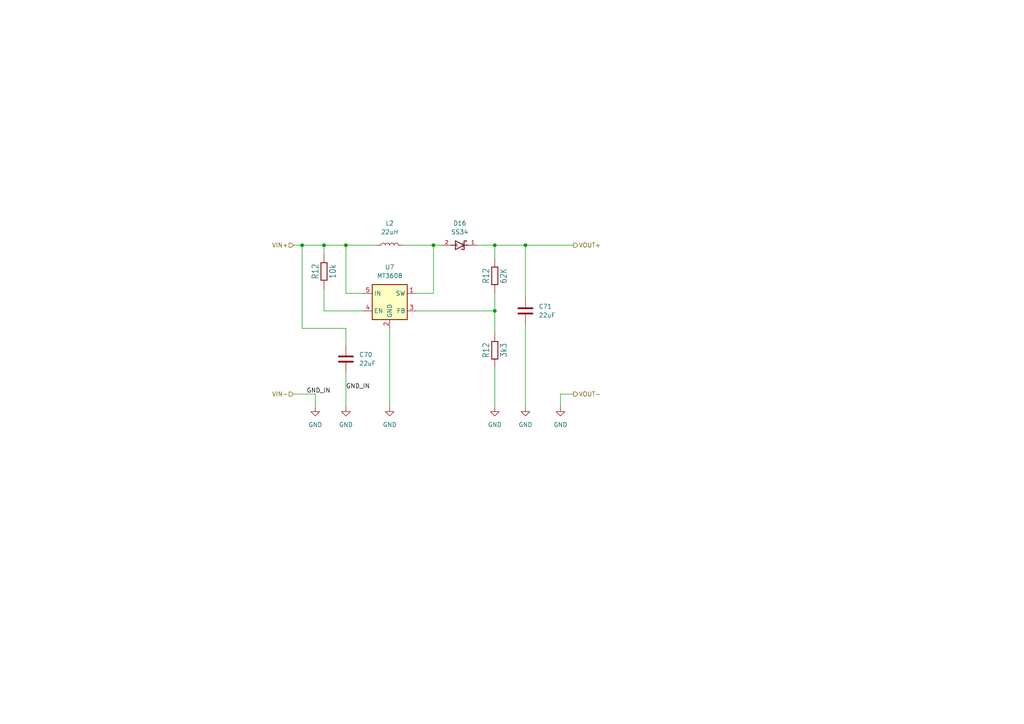
<source format=kicad_sch>
(kicad_sch (version 20230121) (generator eeschema)
  (paper "A4")
  (lib_symbols
    (symbol "Device:C" (pin_numbers hide) (pin_names (offset 0.254))
      (property "Reference" "C" (at 0.635 2.54 0))
      (property "Value" "C" (at 0.635 -2.54 0))
      (symbol "C_0_1"
        (polyline (pts (xy -2.032 -0.762) (xy 2.032 -0.762)) (stroke (width 0.508)))
        (polyline (pts (xy -2.032 0.762) (xy 2.032 0.762)) (stroke (width 0.508)))
      )
      (symbol "C_1_1"
        (pin passive line (at 0 3.81 270) (length 2.794) (name "~") (number "1"))
        (pin passive line (at 0 -3.81 90) (length 2.794) (name "~") (number "2"))
      )
    )
    (symbol "Device:L" (pin_numbers hide) (pin_names (offset 1.016) hide)
      (property "Reference" "L" (at -1.27 0 90))
      (property "Value" "L" (at 1.905 0 90))
      (symbol "L_0_1"
        (arc (start 0 -2.54) (mid 0.6323 -1.905) (end 0 -1.27))
        (arc (start 0 -1.27) (mid 0.6323 -0.635) (end 0 0))
        (arc (start 0 0) (mid 0.6323 0.635) (end 0 1.27))
        (arc (start 0 1.27) (mid 0.6323 1.905) (end 0 2.54))
      )
      (symbol "L_1_1"
        (pin passive line (at 0 3.81 270) (length 1.27) (name "1") (number "1"))
        (pin passive line (at 0 -3.81 90) (length 1.27) (name "2") (number "2"))
      )
    )
    (symbol "OLIMEX_Power:GND" (power) (pin_names (offset 0))
      (property "Value" "GND" (at 0 -3.81 0))
      (symbol "GND_0_1"
        (polyline (pts (xy 0 0) (xy 0 -1.27) (xy 1.27 -1.27) (xy 0 -2.54) (xy -1.27 -1.27) (xy 0 -1.27)))
      )
      (symbol "GND_1_1"
        (pin power_in line (at 0 0 270) (length 0) hide (name "GND") (number "1"))
      )
    )
    (symbol "Regulator_Switching:MT3608"
      (property "Reference" "U" (at -2.54 8.89 0))
      (property "Value" "MT3608" (at -3.81 6.35 0))
      (symbol "MT3608_0_1"
        (rectangle (start -5.08 5.08) (end 5.08 -5.08) (stroke (width 0.254)) (fill (type background)))
      )
      (symbol "MT3608_1_1"
        (pin passive line (at 7.62 2.54 180) (length 2.54) (name "SW") (number "1"))
        (pin power_in line (at 0 -7.62 90) (length 2.54) (name "GND") (number "2"))
        (pin input line (at 7.62 -2.54 180) (length 2.54) (name "FB") (number "3"))
        (pin input line (at -7.62 -2.54 0) (length 2.54) (name "EN") (number "4"))
        (pin power_in line (at -7.62 2.54 0) (length 2.54) (name "IN") (number "5"))
        (pin no_connect line (at 5.08 0 180) (length 2.54) hide (name "NC") (number "6"))
      )
    )
    (symbol "SS34:SS34" (pin_names (offset 1.016))
      (property "Reference" "D1" (at 0 6.35 0))
      (property "Value" "SS34" (at 0 3.81 0))
      (symbol "SS34_0_0"
        (polyline (pts (xy -2.54 0) (xy -1.27 0)) (stroke (width 0.254)))
        (polyline (pts (xy -1.27 -1.27) (xy 1.27 0)) (stroke (width 0.254)))
        (polyline (pts (xy -1.27 0) (xy -1.27 -1.27)) (stroke (width 0.254)))
        (polyline (pts (xy -1.27 1.27) (xy -1.27 0)) (stroke (width 0.254)))
        (polyline (pts (xy 0.635 -1.016) (xy 0.635 -1.27)) (stroke (width 0.254)))
        (polyline (pts (xy 1.27 -1.27) (xy 0.635 -1.27)) (stroke (width 0.254)))
        (polyline (pts (xy 1.27 0) (xy -1.27 1.27)) (stroke (width 0.254)))
        (polyline (pts (xy 1.27 0) (xy 1.27 -1.27)) (stroke (width 0.254)))
        (polyline (pts (xy 1.27 1.27) (xy 1.27 0)) (stroke (width 0.254)))
        (polyline (pts (xy 1.905 1.27) (xy 1.27 1.27)) (stroke (width 0.254)))
        (polyline (pts (xy 1.905 1.27) (xy 1.905 1.016)) (stroke (width 0.254)))
        (polyline (pts (xy 2.54 0) (xy 1.27 0)) (stroke (width 0.254)))
        (pin passive line (at 5.08 0 180) (length 2.54) (name "C") (number "1"))
        (pin passive line (at -5.08 0 0) (length 2.54) (name "A") (number "2"))
      )
    )
    (symbol "VESC_OVP_Resistor_Schematic_v41-eagle-import:RCHIP-0805(2012-METRIC)"
      (property "Reference" "R12" (at 0 2.54 0))
      (property "Value" "10k" (at 0 -2.54 0))
      (symbol "RCHIP-0805(2012-METRIC)_1_0"
        (polyline (pts (xy -2.54 -0.889) (xy -2.54 0.889)) (stroke (width 0.254)))
        (polyline (pts (xy -2.54 -0.889) (xy 2.54 -0.889)) (stroke (width 0.254)))
        (polyline (pts (xy 2.54 -0.889) (xy 2.54 0.889)) (stroke (width 0.254)))
        (polyline (pts (xy 2.54 0.889) (xy -2.54 0.889)) (stroke (width 0.254)))
        (pin passive line (at -5.08 0 0) (length 2.54) (name "1") (number "1"))
        (pin passive line (at 5.08 0 180) (length 2.54) (name "2") (number "2"))
      )
    )
  )
  (junction (at 125.73 71.12))
  (junction (at 100.33 71.12))
  (junction (at 152.4 71.12))
  (junction (at 87.63 71.12))
  (junction (at 143.51 90.17))
  (junction (at 93.98 71.12))
  (junction (at 143.51 71.12))
  (wire (pts (xy 138.43 71.12) (xy 143.51 71.12)))
  (wire (pts (xy 125.73 71.12) (xy 128.27 71.12)))
  (wire (pts (xy 152.4 71.12) (xy 166.37 71.12)))
  (wire (pts (xy 120.65 85.09) (xy 125.73 85.09)))
  (wire (pts (xy 143.51 106.68) (xy 143.51 118.11)))
  (wire (pts (xy 116.84 71.12) (xy 125.73 71.12)))
  (wire (pts (xy 113.03 95.25) (xy 113.03 118.11)))
  (wire (pts (xy 143.51 71.12) (xy 143.51 74.93)))
  (wire (pts (xy 91.44 114.3) (xy 91.44 118.11)))
  (wire (pts (xy 100.33 95.25) (xy 87.63 95.25)))
  (wire (pts (xy 166.37 114.3) (xy 162.56 114.3)))
  (wire (pts (xy 100.33 85.09) (xy 105.41 85.09)))
  (wire (pts (xy 143.51 71.12) (xy 152.4 71.12)))
  (wire (pts (xy 100.33 107.95) (xy 100.33 118.11)))
  (wire (pts (xy 85.09 114.3) (xy 91.44 114.3)))
  (wire (pts (xy 85.09 71.12) (xy 87.63 71.12)))
  (wire (pts (xy 152.4 93.98) (xy 152.4 118.11)))
  (wire (pts (xy 93.98 71.12) (xy 93.98 73.66)))
  (wire (pts (xy 87.63 95.25) (xy 87.63 71.12)))
  (wire (pts (xy 162.56 114.3) (xy 162.56 118.11)))
  (wire (pts (xy 93.98 71.12) (xy 100.33 71.12)))
  (wire (pts (xy 100.33 100.33) (xy 100.33 95.25)))
  (wire (pts (xy 143.51 85.09) (xy 143.51 90.17)))
  (wire (pts (xy 93.98 90.17) (xy 105.41 90.17)))
  (wire (pts (xy 120.65 90.17) (xy 143.51 90.17)))
  (wire (pts (xy 143.51 90.17) (xy 143.51 96.52)))
  (wire (pts (xy 93.98 90.17) (xy 93.98 83.82)))
  (wire (pts (xy 87.63 71.12) (xy 93.98 71.12)))
  (wire (pts (xy 100.33 71.12) (xy 109.22 71.12)))
  (wire (pts (xy 100.33 71.12) (xy 100.33 85.09)))
  (wire (pts (xy 152.4 71.12) (xy 152.4 86.36)))
  (wire (pts (xy 125.73 85.09) (xy 125.73 71.12)))
  (label "GND_IN" (at 88.9 114.3 0))
  (label "GND_IN" (at 100.33 113.03 0))
  (hierarchical_label "VOUT+" (shape output) (at 166.37 71.12 0))
  (hierarchical_label "VIN+" (shape input) (at 85.09 71.12 180))
  (hierarchical_label "VOUT-" (shape output) (at 166.37 114.3 0))
  (hierarchical_label "VIN-" (shape input) (at 85.09 114.3 180))
  (symbol (lib_id "VESC_OVP_Resistor_Schematic_v41-eagle-import:RCHIP-0805(2012-METRIC)") (at 143.51 80.01 90) (unit 1)
    (property "Reference" "R12" (at 140.97 80.01 0) (effects (font (size 1.778 1.5113))))
    (property "Value" "62K" (at 146.05 80.01 0) (effects (font (size 1.778 1.5113))))
    (property "Footprint" "VESC_OVP_Resistor_Schematic_v41:RESC2012X65" (effects hide))
    (property "LCSC Part #" "C137415" (effects hide))
    (property "Manufacturer" "YAGEO" (effects hide))
    (property "Mft. Part #" "RC0805JR-0762KL" (effects hide))
    (instances (project "VESC_OVP_Resistor_Schematic_v41" (path "" (reference "R12") (unit 1)) (path "" (reference "R8") (unit 1))) (project "Cheap FOCer 2 60mm" (path "" (reference "R47") (unit 1)) (path "" (reference "R87") (unit 1))))
  )
  (symbol (lib_id "Regulator_Switching:MT3608") (at 113.03 87.63 0) (unit 1)
    (property "Reference" "U7" (at 113.03 77.47 0))
    (property "Value" "MT3608" (at 113.03 80.01 0))
    (property "Footprint" "AppendLibrary:SOT-23-6_L2.9-W1.6-P0.95-LS2.8-BL(MT3608)" (effects hide))
    (property "Datasheet" "https://www.olimex.com/Products/Breadboarding/BB-PWR-3608/resources/MT3608.pdf" (effects hide))
    (property "Manufacturer" "XI'AN Aerosemi Tech" (effects hide))
    (property "Manufacturer Part #" "MT3608" (effects hide))
    (property "LCSC Part #" "C84817" (effects hide))
  )
  (symbol (lib_id "OLIMEX_Power:GND") (at 162.56 118.11 0) (unit 1)
    (property "Reference" "#PWR094" (effects hide))
    (property "Value" "GND" (at 162.56 123.19 0))
  )
  (symbol (lib_id "Device:L") (at 113.03 71.12 90) (unit 1)
    (property "Reference" "L2" (at 113.03 64.77 90))
    (property "Value" "22uH" (at 113.03 67.31 90))
    (property "Footprint" "AppendLibrary:IND-SMD_L7.0-W6.8" (effects hide))
    (property "Manufacturer" "SXN(Shun Xiang Nuo Elec)" (effects hide))
    (property "Manufacturer Part #" "SMRH74-220MT" (effects hide))
    (property "LCSC Part #" "C27442" (effects hide))
  )
  (symbol (lib_id "VESC_OVP_Resistor_Schematic_v41-eagle-import:RCHIP-0805(2012-METRIC)") (at 93.98 78.74 90) (unit 1)
    (property "Reference" "R12" (at 91.44 78.74 0) (effects (font (size 1.778 1.5113))))
    (property "Value" "10k" (at 96.52 78.74 0) (effects (font (size 1.778 1.5113))))
    (property "Footprint" "VESC_OVP_Resistor_Schematic_v41:RESC2012X65" (effects hide))
    (property "LCSC Part #" "C100047" (effects hide))
    (property "Manufacturer" "YAGEO" (effects hide))
    (property "Mft. Part #" "RC0805JR-0710KL" (effects hide))
    (instances (project "VESC_OVP_Resistor_Schematic_v41" (path "" (reference "R12") (unit 1)) (path "" (reference "R8") (unit 1))) (project "Cheap FOCer 2 60mm" (path "" (reference "R47") (unit 1)) (path "" (reference "R86") (unit 1))))
  )
  (symbol (lib_id "OLIMEX_Power:GND") (at 152.4 118.11 0) (unit 1)
    (property "Reference" "#PWR093" (effects hide))
    (property "Value" "GND" (at 152.4 123.19 0))
  )
  (symbol (lib_id "SS34:SS34") (at 133.35 71.12 0) (unit 1)
    (property "Reference" "D16" (at 133.35 64.77 0))
    (property "Value" "SS34" (at 133.35 67.31 0))
    (property "Footprint" "AppendLibrary:SMA_L4.3-W2.6-LS5.2-RD" (effects hide))
    (property "Manufacturer" "MDD（Microdiode Electronics)" (effects hide))
    (property "Manufacturer Part #" "SS34" (effects hide))
    (property "LCSC Part #" "C8678" (effects hide))
  )
  (symbol (lib_id "VESC_OVP_Resistor_Schematic_v41-eagle-import:RCHIP-0805(2012-METRIC)") (at 143.51 101.6 90) (unit 1)
    (property "Reference" "R12" (at 140.97 101.6 0) (effects (font (size 1.778 1.5113))))
    (property "Value" "3k3" (at 146.05 101.6 0) (effects (font (size 1.778 1.5113))))
    (property "Footprint" "VESC_OVP_Resistor_Schematic_v41:RESC2012X65" (effects hide))
    (property "LCSC Part #" "C114222" (effects hide))
    (property "Manufacturer" "YAGEO" (effects hide))
    (property "Mft. Part #" "RC0805JR-073K3L" (effects hide))
    (instances (project "VESC_OVP_Resistor_Schematic_v41" (path "" (reference "R12") (unit 1)) (path "" (reference "R8") (unit 1))) (project "Cheap FOCer 2 60mm" (path "" (reference "R47") (unit 1)) (path "" (reference "R88") (unit 1))))
  )
  (symbol (lib_id "Device:C") (at 100.33 104.14 0) (unit 1)
    (property "Reference" "C70" (at 104.14 102.8699 0) (effects (justify left)))
    (property "Value" "22uF" (at 104.14 105.4099 0) (effects (justify left)))
    (property "Footprint" "AppendLibrary:C1206" (effects hide))
    (property "Manufacturer" "Murata Electronics" (effects hide))
    (property "Manufacturer Part #" "GRM31CR61E226KE15L" (effects hide))
    (property "LCSC Part #" "C77091" (effects hide))
  )
  (symbol (lib_id "OLIMEX_Power:GND") (at 100.33 118.11 0) (unit 1)
    (property "Reference" "#PWR090" (effects hide))
    (property "Value" "GND" (at 100.33 123.19 0))
  )
  (symbol (lib_id "OLIMEX_Power:GND") (at 113.03 118.11 0) (unit 1)
    (property "Reference" "#PWR091" (effects hide))
    (property "Value" "GND" (at 113.03 123.19 0))
  )
  (symbol (lib_id "Device:C") (at 152.4 90.17 0) (unit 1)
    (property "Reference" "C71" (at 156.21 88.8999 0) (effects (justify left)))
    (property "Value" "22uF" (at 156.21 91.4399 0) (effects (justify left)))
    (property "Footprint" "AppendLibrary:C1206" (effects hide))
    (property "Manufacturer" "Murata Electronics" (effects hide))
    (property "Manufacturer Part #" "GRM31CR61E226KE15L" (effects hide))
    (property "LCSC Part #" "C77091" (effects hide))
  )
  (symbol (lib_id "OLIMEX_Power:GND") (at 143.51 118.11 0) (unit 1)
    (property "Reference" "#PWR092" (effects hide))
    (property "Value" "GND" (at 143.51 123.19 0))
  )
  (symbol (lib_id "OLIMEX_Power:GND") (at 91.44 118.11 0) (unit 1)
    (property "Reference" "#PWR089" (effects hide))
    (property "Value" "GND" (at 91.44 123.19 0))
  )
)
</source>
